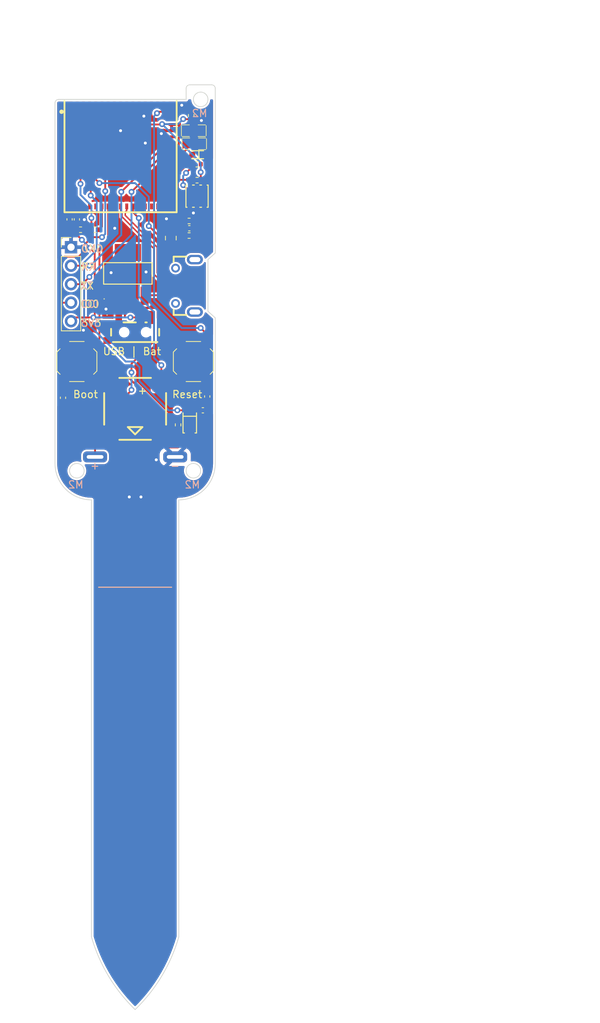
<source format=kicad_pcb>
(kicad_pcb (version 20221018) (generator pcbnew)
  (layers (0 "F.Cu" signal) (31 "B.Cu" signal) (34 "B.Paste" user) (35 "F.Paste" user) (36 "B.SilkS" user "B.Silkscreen") (37 "F.SilkS" user "F.Silkscreen") (38 "B.Mask" user) (39 "F.Mask" user) (44 "Edge.Cuts" user))
  (net 0 "")
  (net 1 "/EN")
  (net 2 "/IO0")
  (net 3 "/AD_Capacitance")
  (net 4 "/Light_Sensor_Analog")
  (net 5 "/Light_Sensor_Select_1")
  (net 6 "/Light_Sensor_Select_2")
  (net 7 "+3V3")
  (net 8 "GND")
  (net 9 "/SensorCapV")
  (net 10 "/Voltage_Measurement_Analog")
  (net 11 "/Voltage_Measurement_Select")
  (net 13 "/TX")
  (net 14 "/RX")
  (net 21 "/TH_SDA")
  (net 22 "/TH_SCL")
  (net 24 "/D-")
  (net 25 "/D+")
  (net 26 "/Light_Sensor_In")
  (net 29 "/Buzzer")
  (net 32 "Net-(U7-VIN)")
  (net 34 "/Square_Wave_Signal")
  (net 35 "Net-(U7-VOUT-Pad2)")
  (net 44 "/LED_GREEN")
  (net 45 "/LED_RED")
  (net 48 "Net-(U9-+)")
  (footprint "Connector_PinHeader_2.54mm:PinHeader_1x05_P2.54mm_Vertical" (layer "F.Cu") (at 239.74 120.3)
    (fp_text reference "J1" hide)
    (fp_text value "Conn_01x05")
  )
  (footprint "Resistor_SMD:R_0402_1005Metric" (layer "F.Cu") (at 241.05 117.9)
    (fp_text reference "R4" hide)
    (fp_text value "5k1")
  )
  (footprint "Resistor_SMD:R_0402_1005Metric" (layer "F.Cu") (at 257.04 108.9)
    (fp_text reference "R2" hide)
    (fp_text value "5k1")
  )
  (footprint "PCM_kikit:Tab_5mm" (layer "F.Cu") (at 254.94 163.2 180)
    (fp_text reference "REF**" hide)
    (fp_text value "Tab_5mm")
  )
  (footprint "PCM_kikit:Tab_5mm" (layer "F.Cu") (at 237.14 136.1)
    (fp_text reference "REF**" hide)
    (fp_text value "Tab_5mm")
  )
  (footprint "Capacitor_SMD:C_0402_1005Metric" (layer "F.Cu") (at 240.54 116.48 90)
    (fp_text reference "C8" hide)
    (fp_text value "10nF")
  )
  (footprint "Resistor_SMD:R_0402_1005Metric" (layer "F.Cu") (at 255.95 118.7 180)
    (fp_text reference "R3" hide)
    (fp_text value "1k")
  )
  (footprint "Capacitor_SMD:C_0402_1005Metric" (layer "F.Cu") (at 239.54 116.48 90)
    (fp_text reference "C9" hide)
    (fp_text value "10uF")
  )
  (footprint "CustomFootprints:LED0805-GREEN-RD" (layer "F.Cu") (at 256.590292 104.3 180)
    (fp_text reference "D1" hide)
    (fp_text value "GREEN")
  )
  (footprint "Resistor_SMD:R_0402_1005Metric" (layer "F.Cu") (at 243.05 117.9)
    (fp_text reference "R6" hide)
    (fp_text value "2k")
  )
  (footprint "PCM_kikit:Tab_5mm" (layer "F.Cu") (at 259.89 118.3 180)
    (fp_text reference "REF**" hide)
    (fp_text value "Tab_5mm")
  )
  (footprint "Resistor_SMD:R_0402_1005Metric" (layer "F.Cu") (at 256.24 102.21 -90)
    (fp_text reference "R9" hide)
    (fp_text value "10k")
  )
  (footprint "PCM_kikit:Tab_5mm" (layer "F.Cu") (at 259.89 147.1 180)
    (fp_text reference "REF**" hide)
    (fp_text value "Tab_5mm")
  )
  (footprint "CustomFootprints:SW_Push_1P1T_XKB_TS-1187A" (layer "F.Cu") (at 256.54 136 90)
    (fp_text reference "U3" hide)
    (fp_text value "Reset")
  )
  (footprint "Resistor_SMD:R_0402_1005Metric" (layer "F.Cu") (at 257.04 111.1)
    (fp_text reference "R10" hide)
    (fp_text value "5k1")
  )
  (footprint "CustomFootprints:WIFI-SMD_ESP32-MINI-1-N4" (layer "F.Cu") (at 246.54 107.7)
    (fp_text reference "U1" hide)
    (fp_text value "ESP32-S2-MINI-1-N4")
  )
  (footprint "CustomFootprints:SW_Push_1P1T_XKB_TS-1187A" (layer "F.Cu") (at 240.54 136 -90)
    (fp_text reference "U4" hide)
    (fp_text value "Boot")
  )
  (footprint "CustomFootprints:SENSOR-SMD_L3.0-W3.0-P1.00-BR" (layer "F.Cu") (at 257.040152 113.289561 90)
    (fp_text reference "U5" hide)
    (fp_text value "Temp/Humid-Sensor")
  )
  (footprint "CustomFootprints:SOD-123F_L2.7-W1.6-LS3.8-RD" (layer "F.Cu") (at 256.04 144.43495 -90)
    (fp_text reference "D2" hide)
    (fp_text value "SOD-123-Switching-Diode")
  )
  (footprint "CustomFootprints:MICRO-USB-SMD_5P-P0.65-H-F_C10418" (layer "F.Cu") (at 255.415032 125.599949 90)
    (fp_text reference "USB1" hide)
    (fp_text value "micro_USBFemale")
  )
  (footprint "CustomFootprints:LED0805-RD_RED" (layer "F.Cu") (at 256.640025 106.099898 180)
    (fp_text reference "D3" hide)
    (fp_text value "RED")
  )
  (footprint "Resistor_SMD:R_0402_1005Metric" (layer "F.Cu") (at 254.44 144.7 90)
    (fp_text reference "R8" hide)
    (fp_text value "10k")
  )
  (footprint "PCM_kikit:Tab_5mm" (layer "F.Cu") (at 237.09 147.1)
    (fp_text reference "REF**" hide)
    (fp_text value "Tab_5mm")
  )
  (footprint "PCM_kikit:Tab_5mm" (layer "F.Cu") (at 242.09 163.2)
    (fp_text reference "REF**" hide)
    (fp_text value "Tab_5mm")
  )
  (footprint "CustomFootprints:BUZ-SMD_4P-L8.5-W8.5-P8.50-BR" (layer "F.Cu") (at 248.54 142.5 180)
    (fp_text reference "BZ1" hide)
    (fp_text value "Buzzer")
  )
  (footprint "PCM_kikit:Tab_5mm" (layer "F.Cu") (at 259.94 103.5 180)
    (fp_text reference "REF**" hide)
    (fp_text value "Tab_5mm")
  )
  (footprint "Capacitor_SMD:C_0402_1005Metric" (layer "F.Cu") (at 255.98 117.7 180)
    (fp_text reference "C5" hide)
    (fp_text value "100nF")
  )
  (footprint "Capacitor_SMD:C_0402_1005Metric" (layer "F.Cu") (at 238.64 140.98 90)
    (fp_text reference "C2" hide)
    (fp_text value "100nF")
  )
  (footprint "Capacitor_SMD:C_0402_1005Metric" (layer "F.Cu") (at 257.84 142.7 180)
    (fp_text reference "C3" hide)
    (fp_text value "150pF")
  )
  (footprint "PCM_kikit:Tab_5mm" (layer "F.Cu") (at 237.14 118.3)
    (fp_text reference "REF**" hide)
    (fp_text value "Tab_5mm")
  )
  (footprint "Resistor_SMD:R_0402_1005Metric" (layer "F.Cu") (at 255.95 116.7 180)
    (fp_text reference "R1" hide)
    (fp_text value "10M")
  )
  (footprint "Capacitor_SMD:C_0402_1005Metric" (layer "F.Cu") (at 258.44 140.8 90)
    (fp_text reference "C1" hide)
    (fp_text value "100nF")
  )
  (footprint "CustomFootprints:SOT-223-3_L6.5-W3.4-P2.30-LS7.0-BR" (layer "F.Cu") (at 247.54 124 -90)
    (fp_text reference "U7" hide)
    (fp_text value "AMS1117-3_3")
  )
  (footprint "PCM_kikit:Tab_5mm" (layer "F.Cu") (at 237.14 103.5)
    (fp_text reference "REF**" hide)
    (fp_text value "Tab_5mm")
  )
  (footprint "CustomFootprints:SENSORS-SMD_ALS-PT19" (layer "F.Cu") (at 257.14 107.6)
    (fp_text reference "U6" hide)
    (fp_text value "Light sensor")
  )
  (footprint "CustomFootprints:SW-SMD_MK-12C02-G025" (layer "F.Cu") (at 248.54 131.529007)
    (fp_text reference "U8" hide)
    (fp_text value "MK-12C02-G025")
  )
  (footprint "Capacitor_SMD:C_0805_2012Metric" (layer "F.Cu") (at 253.44 119.05 90)
    (fp_text reference "C7" hide)
    (fp_text value "47uF")
  )
  (footprint "PCM_kikit:Tab_5mm" (layer "F.Cu") (at 259.94 136.1 180)
    (fp_text reference "REF**" hide)
    (fp_text value "Tab_5mm")
  )
  (footprint "CustomFootprints:AAA Battery-spring" (layer "B.Cu") (at 248.54 149.1 180)
    (fp_text reference "U9" hide)
    (fp_text value "~")
  )
  (gr_line (start 243.54 167) (end 253.54 167) (stroke (width 0.15)) (layer "B.SilkS"))
  (gr_line (start 243.54 167) (end 253.54 167) (stroke (width 0.15)) (layer "F.SilkS"))
  (gr_line (start 237.54 150) (end 237.54 100.5) (stroke (width 0.1)) (layer "Edge.Cuts"))
  (gr_arc (start 259.04 98) (mid 259.393553 98.146447) (end 259.54 98.5) (stroke (width 0.1)) (layer "Edge.Cuts"))
  (gr_line (start 259.54 98.5) (end 259.54 121.1) (stroke (width 0.1)) (layer "Edge.Cuts"))
  (gr_line (start 259.54 130) (end 259.54 150) (stroke (width 0.1)) (layer "Edge.Cuts"))
  (gr_circle (center 240.54 151) (end 241.54 151) (stroke (width 0.1)) (fill none) (layer "Edge.Cuts"))
  (gr_arc (start 259.54 150) (mid 258.075534 153.535534) (end 254.54 155) (stroke (width 0.1)) (layer "Edge.Cuts"))
  (gr_arc (start 242.54 155) (mid 239.004466 153.535534) (end 237.54 150) (stroke (width 0.1)) (layer "Edge.Cuts"))
  (gr_line (start 256.04 98) (end 259.04 98) (stroke (width 0.1)) (layer "Edge.Cuts"))
  (gr_arc (start 248.54 225) (mid 244.881738 220.394957) (end 242.54 215) (stroke (width 0.1)) (layer "Edge.Cuts"))
  (gr_arc (start 255.54 98.5) (mid 255.686447 98.146447) (end 256.04 98) (stroke (width 0.1)) (layer "Edge.Cuts"))
  (gr_arc (start 254.54 215) (mid 252.198262 220.394957) (end 248.54 225) (stroke (width 0.1)) (layer "Edge.Cuts"))
  (gr_line (start 255.54 100) (end 255.54 98.5) (stroke (width 0.1)) (layer "Edge.Cuts"))
  (gr_line (start 242.54 155) (end 242.54 215) (stroke (width 0.1)) (layer "Edge.Cuts"))
  (gr_line (start 258.54 122) (end 259.54 121.1) (stroke (width 0.1)) (layer "Edge.Cuts"))
  (gr_circle (center 257.54 100) (end 258.54 100) (stroke (width 0.1)) (fill none) (layer "Edge.Cuts"))
  (gr_circle (center 256.54 151) (end 257.54 151) (stroke (width 0.1)) (fill none) (layer "Edge.Cuts"))
  (gr_line (start 258.54 122) (end 258.54 129.1) (stroke (width 0.1)) (layer "Edge.Cuts"))
  (gr_line (start 238.04 100) (end 255.54 100) (stroke (width 0.1)) (layer "Edge.Cuts"))
  (gr_line (start 254.54 155) (end 254.54 215) (stroke (width 0.1)) (layer "Edge.Cuts"))
  (gr_line (start 258.54 129.1) (end 259.54 130) (stroke (width 0.1)) (layer "Edge.Cuts"))
  (gr_arc (start 237.54 100.5) (mid 237.686447 100.146447) (end 238.04 100) (stroke (width 0.1)) (layer "Edge.Cuts"))
  (gr_text "RX" (at 243.24 123.6) (layer "B.SilkS") (effects (font (size 1 1)) (justify left bottom mirror)))
  (gr_text "-" (at 254.74 150.9) (layer "B.SilkS") (effects (font (size 1 1)) (justify left bottom mirror)))
  (gr_text "M2" (at 258.54 102.5) (layer "B.SilkS") (effects (font (size 1 1)) (justify left bottom mirror)))
  (gr_text "+" (at 243.74 150.9) (layer "B.SilkS") (effects (font (size 1 1)) (justify left bottom mirror)))
  (gr_text "IO0" (at 243.64 128.7) (layer "B.SilkS") (effects (font (size 1 1)) (justify left bottom mirror)))
  (gr_text "3V3" (at 243.94 131.3) (layer "B.SilkS") (effects (font (size 1 1)) (justify left bottom mirror)))
  (gr_text "TX" (at 242.84 126.2) (layer "B.SilkS") (effects (font (size 1 1)) (justify left bottom mirror)))
  (gr_text "M2" (at 257.54 153.5) (layer "B.SilkS") (effects (font (size 1 1)) (justify left bottom mirror)))
  (gr_text "GND" (at 244.24 121.1) (layer "B.SilkS") (effects (font (size 1 1)) (justify left bottom mirror)))
  (gr_text "M2" (at 241.54 153.5) (layer "B.SilkS") (effects (font (size 1 1)) (justify left bottom mirror)))
  (gr_text "IO0" (at 241.04 128.7) (layer "F.SilkS") (effects (font (size 1 1)) (justify left bottom)))
  (gr_text "GND" (at 241.04 121.1) (layer "F.SilkS") (effects (font (size 1 1)) (justify left bottom)))
  (gr_text "RX" (at 241.04 123.6) (layer "F.SilkS") (effects (font (size 1 1)) (justify left bottom)))
  (gr_text "USB | Bat" (at 244.04 135.2) (layer "F.SilkS") (effects (font (size 1 1)) (justify left bottom)))
  (gr_text "Boot" (at 239.94 141.1) (layer "F.SilkS") (effects (font (size 1 1)) (justify left bottom)))
  (gr_text "Reset" (at 253.54 141.1) (layer "F.SilkS") (effects (font (size 1 1)) (justify left bottom)))
  (gr_text "TX" (at 241.04 126.2) (layer "F.SilkS") (effects (font (size 1 1)) (justify left bottom)))
  (gr_text "3V3" (at 241.04 131.3) (layer "F.SilkS") (effects (font (size 1 1)) (justify left bottom)))
  (segment (start 251.739721 101.700279) (end 256.219721 101.700279) (width 0.25) (layer "F.Cu") (net 1))
  (segment (start 251.54 101.9) (end 251.739721 101.700279) (width 0.25) (layer "F.Cu") (net 1))
  (segment (start 258.415 139) (end 258.415 133) (width 0.25) (layer "F.Cu") (net 1))
  (segment (start 258.415 140.295) (end 258.44 140.32) (width 0.25) (layer "F.Cu") (net 1))
  (segment (start 257.54 131.4) (end 258.415 132.275) (width 0.25) (layer "F.Cu") (net 1))
  (segment (start 258.415 132.275) (end 258.415 133) (width 0.25) (layer "F.Cu") (net 1))
  (segment (start 258.415 139) (end 258.415 140.295) (width 0.25) (layer "F.Cu") (net 1))
  (via (at 251.54 101.9) (size 0.8) (drill 0.4) (layers "F.Cu" "B.Cu") (net 1))
  (via (at 257.54 131.4) (size 0.8) (drill 0.4) (layers "F.Cu" "B.Cu") (net 1))
  (segment (start 254.94 131.4) (end 251.14 127.6) (width 0.25) (layer "B.Cu") (net 1))
  (segment (start 257.54 131.4) (end 254.94 131.4) (width 0.25) (layer "B.Cu") (net 1))
  (segment (start 251.14 102.3) (end 251.54 101.9) (width 0.25) (layer "B.Cu") (net 1))
  (segment (start 251.14 127.6) (end 251.14 102.3) (width 0.25) (layer "B.Cu") (net 1))
  (segment (start 241.24 120.3) (end 242.615994 118.924006) (width 0.25) (layer "F.Cu") (net 2))
  (segment (start 244.44 112.6) (end 244.44 110.9) (width 0.25) (layer "F.Cu") (net 2))
  (segment (start 238.44 122) (end 238.84 121.6) (width 0.25) (layer "F.Cu") (net 2))
  (segment (start 238.64 140.5) (end 238.64 139.025) (width 0.25) (layer "F.Cu") (net 2))
  (segment (start 238.44 127.9) (end 238.46 127.92) (width 0.25) (layer "F.Cu") (net 2))
  (segment (start 238.44 127.9) (end 238.44 122) (width 0.25) (layer "F.Cu") (net 2))
  (segment (start 238.46 127.92) (end 239.74 127.92) (width 0.25) (layer "F.Cu") (net 2))
  (segment (start 243.64 107.949822) (end 239.990127 104.299949) (width 0.25) (layer "F.Cu") (net 2))
  (segment (start 240.79 121.6) (end 241.24 121.15) (width 0.25) (layer "F.Cu") (net 2))
  (segment (start 238.665 139) (end 238.665 133) (width 0.25) (layer "F.Cu") (net 2))
  (segment (start 244.44 110.9) (end 243.64 110.1) (width 0.25) (layer "F.Cu") (net 2))
  (segment (start 238.64 139.025) (end 238.665 139) (width 0.25) (layer "F.Cu") (net 2))
  (segment (start 239.990127 104.299949) (end 239.54 104.299949) (width 0.25) (layer "F.Cu") (net 2))
  (segment (start 238.665 133) (end 238.44 132.775) (width 0.25) (layer "F.Cu") (net 2))
  (segment (start 243.64 110.1) (end 243.64 107.949822) (width 0.25) (layer "F.Cu") (net 2))
  (segment (start 238.84 121.6) (end 240.79 121.6) (width 0.25) (layer "F.Cu") (net 2))
  (segment (start 241.24 121.15) (end 241.24 120.3) (width 0.25) (layer "F.Cu") (net 2))
  (segment (start 238.44 132.775) (end 238.44 127.9) (width 0.25) (layer "F.Cu") (net 2))
  (segment (start 242.615994 118.924006) (end 243.988013 118.924006) (width 0.25) (layer "F.Cu") (net 2))
  (via (at 244.44 112.6) (size 0.8) (drill 0.4) (layers "F.Cu" "B.Cu") (net 2))
  (via (at 243.988013 118.924006) (size 0.8) (drill 0.4) (layers "F.Cu" "B.Cu") (net 2))
  (segment (start 244.44 118.472019) (end 244.44 112.6) (width 0.25) (layer "B.Cu") (net 2))
  (segment (start 243.988013 118.924006) (end 244.44 118.472019) (width 0.25) (layer "B.Cu") (net 2))
  (segment (start 242.44 110.5) (end 240.489886 108.549886) (width 0.25) (layer "F.Cu") (net 3))
  (segment (start 254.34 142.7) (end 256.04 142.7) (width 0.25) (layer "F.Cu") (net 3))
  (segment (start 257.36 142.7) (end 256.04 142.7) (width 0.25) (layer "F.Cu") (net 3))
  (segment (start 242.44 113.2) (end 242.44 110.5) (width 0.25) (layer "F.Cu") (net 3))
  (segment (start 240.489886 108.549886) (end 239.54 108.549886) (width 0.25) (layer "F.Cu") (net 3))
  (via (at 242.44 113.2) (size 0.8) (drill 0.4) (layers "F.Cu" "B.Cu") (net 3))
  (via (at 254.34 142.7) (size 0.8) (drill 0.4) (layers "F.Cu" "B.Cu") (net 3))
  (segment (start 243.263013 116.602292) (end 243.265 116.600305) (width 0.25) (layer "B.Cu") (net 3))
  (segment (start 241.54 130.3) (end 241.54 122.4) (width 0.25) (layer "B.Cu") (net 3))
  (segment (start 253.14 142.7) (end 249.14 138.7) (width 0.25) (layer "B.Cu") (net 3))
  (segment (start 243.265 116.600305) (end 243.265 114.025) (width 0.25) (layer "B.Cu") (net 3))
  (segment (start 249.14 136.799695) (end 248.340305 136) (width 0.25) (layer "B.Cu") (net 3))
  (segment (start 241.54 122.4) (end 243.263013 120.676987) (width 0.25) (layer "B.Cu") (net 3))
  (segment (start 247.24 136) (end 241.54 130.3) (width 0.25) (layer "B.Cu") (net 3))
  (segment (start 243.265 114.025) (end 242.44 113.2) (width 0.25) (layer "B.Cu") (net 3))
  (segment (start 248.340305 136) (end 247.24 136) (width 0.25) (layer "B.Cu") (net 3))
  (segment (start 254.34 142.7) (end 253.14 142.7) (width 0.25) (layer "B.Cu") (net 3))
  (segment (start 243.263013 120.676987) (end 243.263013 116.602292) (width 0.25) (layer "B.Cu") (net 3))
  (segment (start 249.14 138.7) (end 249.14 136.799695) (width 0.25) (layer "B.Cu") (net 3))
  (segment (start 256.46 116.7) (end 256.46 117.7) (width 0.25) (layer "F.Cu") (net 4))
  (segment (start 243.04 109.3) (end 240.58986 106.84986) (width 0.25) (layer "F.Cu") (net 4))
  (segment (start 250.4155 117.4) (end 250.44 117.4) (width 0.25) (layer "F.Cu") (net 4))
  (segment (start 243.04 110.9) (end 243.04 109.3) (width 0.25) (layer "F.Cu") (net 4))
  (segment (start 243.64 111.5) (end 243.04 110.9) (width 0.25) (layer "F.Cu") (net 4))
  (segment (start 256.46 117.7) (end 256.46 118.7) (width 0.25) (layer "F.Cu") (net 4))
  (segment (start 256.46 116.7) (end 256.465305 116.7) (width 0.25) (layer "F.Cu") (net 4))
  (segment (start 255.16 120) (end 253.44 120) (width 0.25) (layer "F.Cu") (net 4))
  (segment (start 253.04 120) (end 253.44 120) (width 0.25) (layer "F.Cu") (net 4))
  (segment (start 257.965305 115.2) (end 258.44 115.2) (width 0.25) (layer "F.Cu") (net 4))
  (segment (start 258.84 108.549936) (end 257.890064 107.6) (width 0.25) (layer "F.Cu") (net 4))
  (segment (start 256.465305 116.7) (end 257.965305 115.2) (width 0.25) (layer "F.Cu") (net 4))
  (segment (start 258.44 115.2) (end 258.84 114.8) (width 0.25) (layer "F.Cu") (net 4))
  (segment (start 258.84 114.8) (end 258.84 108.549936) (width 0.25) (layer "F.Cu") (net 4))
  (segment (start 250.44 117.4) (end 253.04 120) (width 0.25) (layer "F.Cu") (net 4))
  (segment (start 256.46 118.7) (end 255.16 120) (width 0.25) (layer "F.Cu") (net 4))
  (segment (start 240.58986 106.84986) (end 239.54 106.84986) (width 0.25) (layer "F.Cu") (net 4))
  (via (at 250.4155 117.4) (size 0.8) (drill 0.4) (layers "F.Cu" "B.Cu") (net 4))
  (via (at 243.64 111.5) (size 0.8) (drill 0.4) (layers "F.Cu" "B.Cu") (net 4))
  (segment (start 250.4155 113.3755) (end 248.54 111.5) (width 0.25) (layer "B.Cu") (net 4))
  (segment (start 250.4155 117.4) (end 250.4155 113.3755) (width 0.25) (layer "B.Cu") (net 4))
  (segment (start 248.54 111.5) (end 243.64 111.5) (width 0.25) (layer "B.Cu") (net 4))
  (segment (start 253.54 112.800076) (end 254.240013 112.800076) (width 0.25) (layer "F.Cu") (net 5))
  (segment (start 254.240013 112.800076) (end 255.465127 114.02519) (width 0.25) (layer "F.Cu") (net 5))
  (segment (start 255.465127 116.674873) (end 255.44 116.7) (width 0.25) (layer "F.Cu") (net 5))
  (segment (start 255.44 116.7) (end 255.44 117.64) (width 0.25) (layer "F.Cu") (net 5))
  (segment (start 255.465127 114.02519) (end 255.465127 116.674873) (width 0.25) (layer "F.Cu") (net 5))
  (segment (start 255.44 117.64) (end 255.5 117.7) (width 0.25) (layer "F.Cu") (net 5))
  (segment (start 254.54 113.949949) (end 254.240013 113.649962) (width 0.25) (layer "F.Cu") (net 6))
  (segment (start 254.54 117) (end 254.54 113.949949) (width 0.25) (layer "F.Cu") (net 6))
  (segment (start 254.240013 113.649962) (end 253.54 113.649962) (width 0.25) (layer "F.Cu") (net 6))
  (segment (start 255.44 118.7) (end 254.04 118.7) (width 0.25) (layer "F.Cu") (net 6))
  (segment (start 254.04 118.7) (end 253.44 118.1) (width 0.25) (layer "F.Cu") (net 6))
  (segment (start 253.44 118.1) (end 254.54 117) (width 0.25) (layer "F.Cu") (net 6))
  (segment (start 257.55 111.1) (end 257.55 111.29) (width 0.25) (layer "F.Cu") (net 7))
  (segment (start 255.16 102.72) (end 256.24 102.72) (width 0.25) (layer "F.Cu") (net 7))
  (segment (start 252.24 103.4) (end 252.190191 103.449809) (width 0.25) (layer "F.Cu") (net 7))
  (segment (start 240.254432 129.945568) (end 239.74 130.46) (width 0.25) (layer "F.Cu") (net 7))
  (segment (start 247.885568 129.945568) (end 249.289936 129.945568) (width 0.25) (layer "F.Cu") (net 7))
  (segment (start 239.54 103.449809) (end 238.839987 103.449809) (width 0.25) (layer "F.Cu") (net 7))
  (segment (start 238.839987 103.449809) (end 238.54 103.749796) (width 0.25) (layer "F.Cu") (net 7))
  (segment (start 239.54 116.96) (end 240.54 116.96) (width 0.25) (layer "F.Cu") (net 7))
  (segment (start 255.14 102.7) (end 255.16 102.72) (width 0.25) (layer "F.Cu") (net 7))
  (segment (start 240.54 118.6) (end 240.54 117.9) (width 0.25) (layer "F.Cu") (net 7))
  (segment (start 242.9895 121.0495) (end 242.34 120.4) (width 0.25) (layer "F.Cu") (net 7))
  (segment (start 239.6 116.96) (end 239.54 116.96) (width 0.25) (layer "F.Cu") (net 7))
  (segment (start 257.54 108.91) (end 257.55 108.9) (width 0.25) (layer "F.Cu") (net 7))
  (segment (start 257.54 110) (end 257.54 108.91) (width 0.25) (layer "F.Cu") (net 7))
  (segment (start 238.54 103.749796) (end 238.54 115.967609) (width 0.25) (layer "F.Cu") (net 7))
  (segment (start 257.55 110.01) (end 257.55 111.1) (width 0.25) (layer "F.Cu") (net 7))
  (segment (start 257.040127 111.799873) (end 257.040127 112.289586) (width 0.25) (layer "F.Cu") (net 7))
  (segment (start 257.55 111.29) (end 257.040127 111.799873) (width 0.25) (layer "F.Cu") (net 7))
  (segment (start 242.9895 129.771568) (end 242.9895 121.0495) (width 0.25) (layer "F.Cu") (net 7))
  (segment (start 240.54 117.9) (end 239.6 116.96) (width 0.25) (layer "F.Cu") (net 7))
  (segment (start 238.54 115.967609) (end 239.532391 116.96) (width 0.25) (layer "F.Cu") (net 7))
  (segment (start 242.8155 129.945568) (end 242.9895 129.771568) (width 0.25) (layer "F.Cu") (net 7))
  (segment (start 252.190191 103.449809) (end 239.54 103.449809) (width 0.25) (layer "F.Cu") (net 7))
  (segment (start 241.227701 119.287701) (end 240.54 118.6) (width 0.25) (layer "F.Cu") (net 7))
  (segment (start 242.8155 129.945568) (end 240.254432 129.945568) (width 0.25) (layer "F.Cu") (net 7))
  (segment (start 257.54 110) (end 257.55 110.01) (width 0.25) (layer "F.Cu") (net 7))
  (segment (start 240.54 117.9) (end 240.54 116.96) (width 0.25) (layer "F.Cu") (net 7))
  (segment (start 239.532391 116.96) (end 239.54 116.96) (width 0.25) (layer "F.Cu") (net 7))
  (via (at 242.8155 129.945568) (size 0.8) (drill 0.4) (layers "F.Cu" "B.Cu") (net 7))
  (via (at 257.54 110) (size 0.8) (drill 0.4) (layers "F.Cu" "B.Cu") (net 7))
  (via (at 242.34 120.4) (size 0.8) (drill 0.4) (layers "F.Cu" "B.Cu") (net 7))
  (via (at 255.14 102.7) (size 0.8) (drill 0.4) (layers "F.Cu" "B.Cu") (net 7))
  (via (at 252.24 103.4) (size 0.8) (drill 0.4) (layers "F.Cu" "B.Cu") (net 7))
  (via (at 241.227701 119.287701) (size 0.8) (drill 0.4) (layers "F.Cu" "B.Cu") (net 7))
  (via (at 247.885568 129.945568) (size 0.8) (drill 0.4) (layers "F.Cu" "B.Cu") (net 7))
  (segment (start 242.8155 129.945568) (end 247.885568 129.945568) (width 0.25) (layer "B.Cu") (net 7))
  (segment (start 257.54 110) (end 257.54 108.7) (width 0.25) (layer "B.Cu") (net 7))
  (segment (start 255.14 102.7) (end 254.44 103.4) (width 0.25) (layer "B.Cu") (net 7))
  (segment (start 257.54 108.7) (end 252.24 103.4) (width 0.25) (layer "B.Cu") (net 7))
  (segment (start 242.34 120.4) (end 241.227701 119.287701) (width 0.25) (layer "B.Cu") (net 7))
  (segment (start 254.44 103.4) (end 252.24 103.4) (width 0.25) (layer "B.Cu") (net 7))
  (segment (start 241.564299 116.516823) (end 241.047476 116) (width 0.25) (layer "F.Cu") (net 8))
  (segment (start 254.64 132.975) (end 254.665 133) (width 0.25) (layer "F.Cu") (net 8))
  (segment (start 244.889759 106.050013) (end 246.54 106.050013) (width 0.25) (layer "F.Cu") (net 8))
  (segment (start 239.54 116) (end 240.54 116) (width 0.25) (layer "F.Cu") (net 8))
  (segment (start 241.047476 116) (end 240.54 116) (width 0.25) (layer "F.Cu") (net 8))
  (segment (start 244.889759 106.050013) (end 244.889759 107.7) (width 0.25) (layer "F.Cu") (net 8))
  (segment (start 239.54 114.7) (end 239.54 116) (width 0.25) (layer "F.Cu") (net 8))
  (segment (start 244.889759 106.050013) (end 244.889759 104.550241) (width 0.25) (layer "F.Cu") (net 8))
  (segment (start 244.889759 106.050013) (end 243.490013 106.050013) (width 0.25) (layer "F.Cu") (net 8))
  (via (at 245.74 117.7) (size 0.8) (drill 0.4) (layers "F.Cu" "B.Cu") (net 8))
  (via (at 247.74 154.6) (size 0.8) (drill 0.4) (layers "F.Cu" "B.Cu") (net 8))
  (via (at 245.24 123.8) (size 0.8) (drill 0.4) (layers "F.Cu" "B.Cu") (net 8))
  (via (at 250.04 123.7) (size 0.8) (drill 0.4) (layers "F.Cu" "B.Cu") (net 8))
  (via (at 241.44 131.7) (size 0.8) (drill 0.4) (layers "F.Cu" "B.Cu") (net 8))
  (via (at 252.84 116.4) (size 0.8) (drill 0.4) (layers "F.Cu" "B.Cu") (net 8))
  (via (at 252.14 104.7) (size 0.8) (drill 0.4) (layers "F.Cu" "B.Cu") (net 8))
  (via (at 251.44 149.5) (size 0.8) (drill 0.4) (layers "F.Cu" "B.Cu") (net 8))
  (via (at 256.54 115.6) (size 0.8) (drill 0.4) (layers "F.Cu" "B.Cu") (net 8))
  (via (at 249.34 154.6) (size 0.8) (drill 0.4) (layers "F.Cu" "B.Cu") (net 8))
  (via (at 241.564299 116.516823) (size 0.8) (drill 0.4) (layers "F.Cu" "B.Cu") (net 8))
  (via (at 249.94 106) (size 0.8) (drill 0.4) (layers "F.Cu" "B.Cu") (net 8))
  (via (at 244.54 128.8) (size 0.8) (drill 0.4) (layers "F.Cu" "B.Cu") (net 8))
  (via (at 257.64 102.9) (size 0.8) (drill 0.4) (layers "F.Cu" "B.Cu") (net 8))
  (via (at 254.94 100.8) (size 0.8) (drill 0.4) (layers "F.Cu" "B.Cu") (net 8))
  (via (at 249.74 102.3) (size 0.8) (drill 0.4) (layers "F.Cu" "B.Cu") (net 8))
  (via (at 246.54 104.3) (size 0.8) (drill 0.4) (layers "F.Cu" "B.Cu") (net 8))
  (segment (start 248.54 170) (end 248.54 151) (width 0.25) (layer "F.Cu") (net 9))
  (segment (start 254.44 145.21) (end 255.0801 145.21) (width 0.25) (layer "F.Cu") (net 9))
  (segment (start 254.4099 147.8) (end 256.04 146.1699) (width 0.25) (layer "F.Cu") (net 9))
  (segment (start 251.74 147.8) (end 254.4099 147.8) (width 0.25) (layer "F.Cu") (net 9))
  (segment (start 255.0801 145.21) (end 256.04 146.1699) (width 0.25) (layer "F.Cu") (net 9))
  (segment (start 248.54 151) (end 251.74 147.8) (width 0.25) (layer "F.Cu") (net 9))
  (segment (start 241.04 110) (end 241.04 111.6) (width 0.25) (layer "F.Cu") (net 10))
  (segment (start 239.54 109.399771) (end 240.439771 109.399771) (width 0.25) (layer "F.Cu") (net 10))
  (segment (start 240.439771 109.399771) (end 241.04 110) (width 0.25) (layer "F.Cu") (net 10))
  (segment (start 241.56 117.9) (end 242.54 117.9) (width 0.25) (layer "F.Cu") (net 10))
  (segment (start 242.54 116.3) (end 242.54 117.9) (width 0.25) (layer "F.Cu") (net 10))
  (via (at 241.04 111.6) (size 0.8) (drill 0.4) (layers "F.Cu" "B.Cu") (net 10))
  (via (at 242.54 116.3) (size 0.8) (drill 0.4) (layers "F.Cu" "B.Cu") (net 10))
  (segment (start 242.54 116.3) (end 242.54 114.6) (width 0.25) (layer "B.Cu") (net 10))
  (segment (start 242.54 114.6) (end 241.04 113.1) (width 0.25) (layer "B.Cu") (net 10))
  (segment (start 241.04 113.1) (end 241.04 111.6) (width 0.25) (layer "B.Cu") (net 10))
  (segment (start 243.56 117.9) (end 243.989835 117.470165) (width 0.25) (layer "F.Cu") (net 11))
  (segment (start 243.989835 117.470165) (end 243.989835 114.7) (width 0.25) (layer "F.Cu") (net 11))
  (segment (start 241.27225 125.38) (end 239.74 125.38) (width 0.25) (layer "F.Cu") (net 13))
  (segment (start 253.089886 106.850114) (end 250.04 109.9) (width 0.25) (layer "F.Cu") (net 13))
  (segment (start 253.54 106.850114) (end 253.089886 106.850114) (width 0.25) (layer "F.Cu") (net 13))
  (segment (start 250.04 110.7) (end 248.04 112.7) (width 0.25) (layer "F.Cu") (net 13))
  (segment (start 242.2645 124.38775) (end 241.27225 125.38) (width 0.25) (layer "F.Cu") (net 13))
  (segment (start 250.04 109.9) (end 250.04 110.7) (width 0.25) (layer "F.Cu") (net 13))
  (via (at 242.2645 124.38775) (size 0.8) (drill 0.4) (layers "F.Cu" "B.Cu") (net 13))
  (via (at 248.04 112.7) (size 0.8) (drill 0.4) (layers "F.Cu" "B.Cu") (net 13))
  (segment (start 248.04 118.5755) (end 248.04 112.7) (width 0.25) (layer "B.Cu") (net 13))
  (segment (start 242.2645 124.38775) (end 242.2645 124.351) (width 0.25) (layer "B.Cu") (net 13))
  (segment (start 242.2645 124.351) (end 248.04 118.5755) (width 0.25) (layer "B.Cu") (net 13))
  (segment (start 249.44 109.9) (end 246.64 112.7) (width 0.25) (layer "F.Cu") (net 14))
  (segment (start 249.44 109.5) (end 249.44 109.9) (width 0.25) (layer "F.Cu") (net 14))
  (segment (start 252.939771 106.000229) (end 249.44 109.5) (width 0.25) (layer "F.Cu") (net 14))
  (segment (start 253.54 106.000229) (end 252.939771 106.000229) (width 0.25) (layer "F.Cu") (net 14))
  (segment (start 242.2645 122.84) (end 239.74 122.84) (width 0.25) (layer "F.Cu") (net 14))
  (via (at 246.64 112.7) (size 0.8) (drill 0.4) (layers "F.Cu" "B.Cu") (net 14))
  (via (at 242.2645 122.84) (size 0.8) (drill 0.4) (layers "F.Cu" "B.Cu") (net 14))
  (segment (start 242.2645 122.84) (end 242.4245 122.84) (width 0.25) (layer "B.Cu") (net 14))
  (segment (start 242.4245 122.84) (end 246.64 118.6245) (width 0.25) (layer "B.Cu") (net 14))
  (segment (start 246.64 118.6245) (end 246.64 112.7) (width 0.25) (layer "B.Cu") (net 14))
  (segment (start 255.940127 113.700127) (end 255.940127 114.289586) (width 0.25) (layer "F.Cu") (net 21))
  (segment (start 256.53 111.1) (end 256.479538 111.049538) (width 0.25) (layer "F.Cu") (net 21))
  (segment (start 254.415 111.125038) (end 254.415 112.175) (width 0.25) (layer "F.Cu") (net 21))
  (segment (start 256.479538 111.049538) (end 253.590513 111.049538) (width 0.25) (layer "F.Cu") (net 21))
  (segment (start 254.34 111.050038) (end 254.415 111.125038) (width 0.25) (layer "F.Cu") (net 21))
  (segment (start 254.415 112.175) (end 255.940127 113.700127) (width 0.25) (layer "F.Cu") (net 21))
  (segment (start 253.590513 111.049538) (end 253.54 111.100051) (width 0.25) (layer "F.Cu") (net 21))
  (segment (start 256.53 108.9) (end 256.53 109.11) (width 0.25) (layer "F.Cu") (net 22))
  (segment (start 255.654548 112.289586) (end 255.940127 112.289586) (width 0.25) (layer "F.Cu") (net 22))
  (segment (start 254.389835 110.250165) (end 253.54 110.250165) (width 0.25) (layer "F.Cu") (net 22))
  (segment (start 255.74 108.9) (end 254.389835 110.250165) (width 0.25) (layer "F.Cu") (net 22))
  (segment (start 255.1395 111.774538) (end 255.654548 112.289586) (width 0.25) (layer "F.Cu") (net 22))
  (segment (start 256.53 108.9) (end 255.74 108.9) (width 0.25) (layer "F.Cu") (net 22))
  (segment (start 256.53 109.11) (end 255.54 110.1) (width 0.25) (layer "F.Cu") (net 22))
  (via (at 255.1395 111.774538) (size 0.8) (drill 0.4) (layers "F.Cu" "B.Cu") (net 22))
  (via (at 255.54 110.1) (size 0.8) (drill 0.4) (layers "F.Cu" "B.Cu") (net 22))
  (segment (start 255.1395 110.5005) (end 255.54 110.1) (width 0.25) (layer "B.Cu") (net 22))
  (segment (start 255.1395 111.774538) (end 255.1395 110.5005) (width 0.25) (layer "B.Cu") (net 22))
  (segment (start 253.665261 126.249936) (end 253.565267 126.149942) (width 0.2) (layer "F.Cu") (net 24))
  (segment (start 254.090267 126.249936) (end 253.665261 126.249936) (width 0.2) (layer "F.Cu") (net 24))
  (segment (start 246.739816 116.118016) (end 246.739816 115.450058) (width 0.2) (layer "F.Cu") (net 24))
  (segment (start 253.271742 126.149942) (end 251.115 123.9932) (width 0.2) (layer "F.Cu") (net 24))
  (segment (start 251.115 123.9932) (end 251.115 120.4932) (width 0.2) (layer "F.Cu") (net 24))
  (segment (start 251.115 120.4932) (end 246.739816 116.118016) (width 0.2) (layer "F.Cu") (net 24))
  (segment (start 246.739816 115.450058) (end 246.539746 115.249988) (width 0.2) (layer "F.Cu") (net 24))
  (segment (start 253.565267 126.149942) (end 253.271742 126.149942) (width 0.2) (layer "F.Cu") (net 24))
  (segment (start 246.539746 115.249988) (end 246.539746 114.649987) (width 0.2) (layer "F.Cu") (net 24))
  (segment (start 247.389886 115.249988) (end 247.389886 114.7) (width 0.2) (layer "F.Cu") (net 25))
  (segment (start 251.565 120.3068) (end 247.189816 115.931616) (width 0.2) (layer "F.Cu") (net 25))
  (segment (start 253.458143 125.699943) (end 251.565 123.8068) (width 0.2) (layer "F.Cu") (net 25))
  (segment (start 253.565267 125.699943) (end 253.458143 125.699943) (width 0.2) (layer "F.Cu") (net 25))
  (segment (start 247.189816 115.931616) (end 247.189816 115.450058) (width 0.2) (layer "F.Cu") (net 25))
  (segment (start 253.665261 125.599949) (end 253.565267 125.699943) (width 0.2) (layer "F.Cu") (net 25))
  (segment (start 251.565 123.8068) (end 251.565 120.3068) (width 0.2) (layer "F.Cu") (net 25))
  (segment (start 254.090267 125.599949) (end 253.665261 125.599949) (width 0.2) (layer "F.Cu") (net 25))
  (segment (start 247.189816 115.450058) (end 247.389886 115.249988) (width 0.2) (layer "F.Cu") (net 25))
  (segment (start 254.339975 109.400025) (end 253.54 109.400025) (width 0.25) (layer "F.Cu") (net 26))
  (segment (start 256.389936 107.6) (end 256.14 107.6) (width 0.25) (layer "F.Cu") (net 26))
  (segment (start 256.14 107.6) (end 254.339975 109.400025) (width 0.25) (layer "F.Cu") (net 26))
  (segment (start 252.139822 136.500178) (end 252.14 136.5) (width 0.25) (layer "F.Cu") (net 29))
  (segment (start 252.139822 138.900051) (end 252.139822 136.500178) (width 0.25) (layer "F.Cu") (net 29))
  (segment (start 249.04 116.3) (end 248.239771 115.499771) (width 0.25) (layer "F.Cu") (net 29))
  (segment (start 248.239771 115.499771) (end 248.239771 114.649987) (width 0.25) (layer "F.Cu") (net 29))
  (via (at 249.04 116.3) (size 0.8) (drill 0.4) (layers "F.Cu" "B.Cu") (net 29))
  (via (at 252.14 136.5) (size 0.8) (drill 0.4) (layers "F.Cu" "B.Cu") (net 29))
  (segment (start 249.04 127.1) (end 249.04 116.3) (width 0.25) (layer "B.Cu") (net 29))
  (segment (start 252.14 136.5) (end 251.14 135.5) (width 0.25) (layer "B.Cu") (net 29))
  (segment (start 251.14 135.5) (end 251.14 129.2) (width 0.25) (layer "B.Cu") (net 29))
  (segment (start 251.14 129.2) (end 249.04 127.1) (width 0.25) (layer "B.Cu") (net 29))
  (segment (start 249.910003 126.899924) (end 254.090267 126.899924) (width 0.25) (layer "F.Cu") (net 32))
  (segment (start 249.839975 126.969952) (end 249.910003 126.899924) (width 0.25) (layer "F.Cu") (net 32))
  (segment (start 244.839721 119.300279) (end 243.64 120.5) (width 0.25) (layer "F.Cu") (net 34))
  (segment (start 253.63 144.19) (end 254.44 144.19) (width 0.25) (layer "F.Cu") (net 34))
  (segment (start 243.64 134.2) (end 253.63 144.19) (width 0.25) (layer "F.Cu") (net 34))
  (segment (start 243.64 120.5) (end 243.64 134.2) (width 0.25) (layer "F.Cu") (net 34))
  (segment (start 244.839721 114.7) (end 244.839721 119.300279) (width 0.25) (layer "F.Cu") (net 34))
  (segment (start 247.54 126.969952) (end 247.54 121.030023) (width 0.25) (layer "F.Cu") (net 35))
  (segment (start 246.289936 128.220016) (end 247.54 126.969952) (width 0.25) (layer "F.Cu") (net 35))
  (segment (start 246.289936 129.945568) (end 246.289936 128.220016) (width 0.25) (layer "F.Cu") (net 35))
  (segment (start 255.44 104.3) (end 254.54 105.2) (width 0.25) (layer "F.Cu") (net 44))
  (segment (start 254.54 107.300241) (end 254.139987 107.700254) (width 0.25) (layer "F.Cu") (net 44))
  (segment (start 254.54 105.2) (end 254.54 107.300241) (width 0.25) (layer "F.Cu") (net 44))
  (segment (start 254.139987 107.700254) (end 253.54 107.700254) (width 0.25) (layer "F.Cu") (net 44))
  (segment (start 253.926497 108.55014) (end 253.54 108.55014) (width 0.25) (layer "F.Cu") (net 45))
  (segment (start 255.54 106.936637) (end 253.926497 108.55014) (width 0.25) (layer "F.Cu") (net 45))
  (segment (start 255.54 106.1) (end 255.54 106.936637) (width 0.25) (layer "F.Cu") (net 45))
  (segment (start 243.04 144.950077) (end 243.04 149.5) (width 0.25) (layer "F.Cu") (net 48))
  (segment (start 248.04 139.9) (end 248.04 139.950077) (width 0.25) (layer "F.Cu") (net 48))
  (segment (start 248.04 136.3) (end 251.14 133.2) (width 0.25) (layer "F.Cu") (net 48))
  (segment (start 251.14 133.2) (end 251.14 130.295759) (width 0.25) (layer "F.Cu") (net 48))
  (segment (start 248.04 139.950077) (end 243.04 144.950077) (width 0.25) (layer "F.Cu") (net 48))
  (segment (start 248.04 137.5) (end 248.04 136.3) (width 0.25) (layer "F.Cu") (net 48))
  (segment (start 251.14 130.295759) (end 250.789809 129.945568) (width 0.25) (layer "F.Cu") (net 48))
  (via (at 248.04 139.9) (size 0.8) (drill 0.4) (layers "F.Cu" "B.Cu") (net 48))
  (via (at 248.04 137.5) (size 0.8) (drill 0.4) (layers "F.Cu" "B.Cu") (net 48))
  (segment (start 248.04 139.9) (end 248.04 137.5) (width 0.25) (layer "B.Cu") (net 48))
  (zone (net 9) (net_name "/SensorCapV") (layer "F.Cu") (priority 1) (connect_pads (clearance 0.4)) (min_thickness 0.25) (fill yes (thermal_gap 0.5) (thermal_bridge_width 0.5))
    (polygon (pts (arc (start 248.54 224) (mid 245.54717 219.773795) (end 243.54 215)) (arc (start 253.54 215) (mid 251.532831 219.773795) (end 248.54 224))))
  )
  (zone (net 9) (net_name "/SensorCapV") (layer "F.Cu") (priority 1) (connect_pads (clearance 0.4)) (min_thickness 0.25) (fill yes (thermal_gap 0.5) (thermal_bridge_width 0.5))
    (polygon (pts (xy 243.54 169) (xy 253.54 169) (xy 253.54 215) (xy 243.54 215)))
  )
  (zone (net 8) (net_name "GND") (layer "F.Cu") (connect_pads (clearance 0.26)) (min_thickness 0.25) (fill yes (thermal_gap 0.5) (thermal_bridge_width 0.5))
    (polygon (pts (xy 259.54 121.1) (xy 258.54 122) (xy 258.54 129.1) (xy 259.54 130) (xy 259.54 150) (xy 259.537644 150.218202) (xy 259.499609 150.652945) (xy 259.423829 151.082719) (xy 259.310879 151.504252) (xy 259.16162 151.914338) (xy 258.977188 152.309854) (xy 258.758986 152.687791) (xy 258.508675 153.045272) (xy 258.22816 153.379576) (xy 257.919576 153.68816) (xy 257.585272 153.968675) (xy 257.227791 154.218986) (xy 256.849854 154.437188) (xy 256.454338 154.62162) (xy 256.044252 154.770879) (xy 255.622719 154.883829) (xy 255.192945 154.959609) (xy 254.758202 154.997644) (xy 254.54 155) (xy 242.54 155) (xy 242.321798 154.997644) (xy 241.887055 154.959609) (xy 241.457281 154.883829) (xy 241.035748 154.770879) (xy 240.625662 154.62162) (xy 240.230146 154.437188) (xy 239.852209 154.218986) (xy 239.494728 153.968675) (xy 239.160424 153.68816) (xy 238.85184 153.379576) (xy 238.571325 153.045272) (xy 238.321014 152.687791) (xy 238.102812 152.309854) (xy 237.91838 151.914338) (xy 237.769121 151.504252) (xy 237.656171 151.082719) (xy 237.580391 150.652945) (xy 237.542356 150.218202) (xy 237.54 150) (xy 237.54 100.5) (xy 237.541925 100.434427) (xy 237.575868 100.30775) (xy 237.641441 100.194175) (xy 237.734175 100.101441) (xy 237.84775 100.035868) (xy 237.974427 100.001925) (xy 238.04 100) (xy 259.54 100)))
  )
  (zone (net 8) (net_name "GND") (layer "B.Cu") (connect_pads (clearance 0.26)) (min_thickness 0.25) (fill yes (thermal_gap 0.5) (thermal_bridge_width 0.5))
    (polygon (pts (xy 259.54 121.1) (xy 258.54 122) (xy 258.54 129.1) (xy 259.54 130) (arc (start 259.54 150) (mid 258.075534 153.535534) (end 254.54 155)) (arc (start 254.54 215) (mid 252.198262 220.394957) (end 248.54 225)) (arc (start 248.54 225) (mid 244.881738 220.394957) (end 242.54 215)) (arc (start 242.54 155) (mid 239.004466 153.535534) (end 237.54 150)) (arc (start 237.54 100.5) (mid 237.686447 100.146447) (end 238.04 100)) (xy 255.54 100) (xy 259.54 100)))
  )
)
</source>
